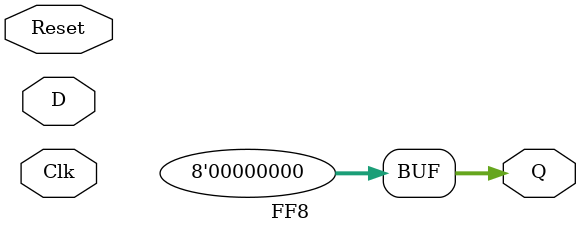
<source format=sv>

module FF8(
  input Clk, Reset,
  input reg [7:0] D,
  output reg [7:0] Q = 8'b0); // Declare and initialize reg
endmodule


</source>
